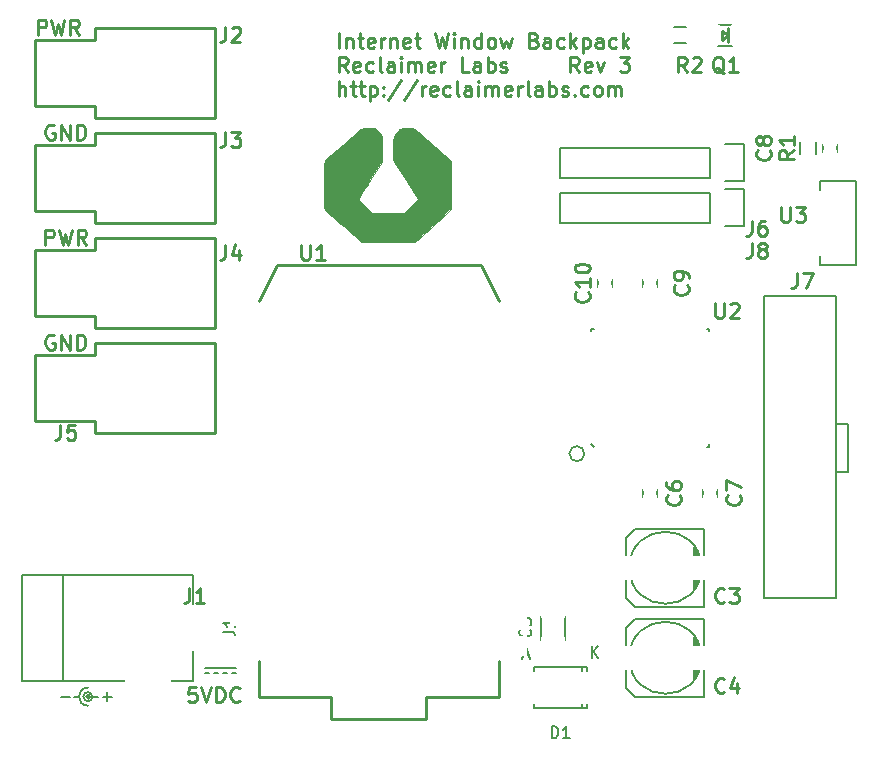
<source format=gto>
G04 #@! TF.FileFunction,Legend,Top*
%FSLAX46Y46*%
G04 Gerber Fmt 4.6, Leading zero omitted, Abs format (unit mm)*
G04 Created by KiCad (PCBNEW 4.0.2-stable) date 8/2/2016 00:37:47*
%MOMM*%
G01*
G04 APERTURE LIST*
%ADD10C,0.254000*%
%ADD11C,0.200000*%
%ADD12C,0.100000*%
%ADD13C,0.150000*%
%ADD14O,2.406400X1.606400*%
%ADD15R,3.581400X1.676400*%
%ADD16R,2.184400X2.184400*%
%ADD17R,1.549400X1.549400*%
%ADD18R,1.930400X2.184400*%
%ADD19R,4.005580X2.006600*%
%ADD20R,1.156400X1.206400*%
%ADD21C,2.946400*%
%ADD22C,4.216400*%
%ADD23R,1.106400X1.706400*%
%ADD24R,1.306400X0.906400*%
%ADD25R,0.906400X1.306400*%
%ADD26O,0.946400X2.306400*%
%ADD27O,2.306400X0.946400*%
%ADD28R,2.206400X1.206400*%
%ADD29R,2.133600X2.438400*%
%ADD30O,2.133600X2.438400*%
%ADD31O,2.311400X1.930400*%
%ADD32R,2.311400X1.930400*%
%ADD33C,7.406400*%
%ADD34C,1.006400*%
%ADD35R,2.006400X1.406400*%
%ADD36R,2.905760X2.207260*%
%ADD37R,3.906520X3.906520*%
G04 APERTURE END LIST*
D10*
D11*
X118491000Y-78486000D02*
X118491000Y-77724000D01*
X121539000Y-78486000D02*
X118491000Y-78486000D01*
X121539000Y-71374000D02*
X121539000Y-78486000D01*
X118491000Y-71374000D02*
X121539000Y-71374000D01*
X118491000Y-72136000D02*
X118491000Y-71374000D01*
X120904000Y-96012000D02*
X119888000Y-96012000D01*
X120904000Y-91948000D02*
X120904000Y-96012000D01*
X119888000Y-91948000D02*
X120904000Y-91948000D01*
X119888000Y-106680000D02*
X113792000Y-106680000D01*
X119888000Y-81153000D02*
X119888000Y-106680000D01*
X113792000Y-81153000D02*
X119888000Y-81153000D01*
X113792000Y-106680000D02*
X113792000Y-81153000D01*
D10*
X65108667Y-105857524D02*
X65108667Y-106764667D01*
X65048191Y-106946095D01*
X64927239Y-107067048D01*
X64745810Y-107127524D01*
X64624858Y-107127524D01*
X66378667Y-107127524D02*
X65652953Y-107127524D01*
X66015810Y-107127524D02*
X66015810Y-105857524D01*
X65894858Y-106038952D01*
X65773905Y-106159905D01*
X65652953Y-106220381D01*
X116543667Y-79187524D02*
X116543667Y-80094667D01*
X116483191Y-80276095D01*
X116362239Y-80397048D01*
X116180810Y-80457524D01*
X116059858Y-80457524D01*
X117027477Y-79187524D02*
X117874143Y-79187524D01*
X117329858Y-80457524D01*
D11*
X98552000Y-94488000D02*
G75*
G03X98552000Y-94488000I-635000J0D01*
G01*
D10*
X52281667Y-58994524D02*
X52281667Y-57724524D01*
X52765476Y-57724524D01*
X52886429Y-57785000D01*
X52946905Y-57845476D01*
X53007381Y-57966429D01*
X53007381Y-58147857D01*
X52946905Y-58268810D01*
X52886429Y-58329286D01*
X52765476Y-58389762D01*
X52281667Y-58389762D01*
X53430715Y-57724524D02*
X53733096Y-58994524D01*
X53975000Y-58087381D01*
X54216905Y-58994524D01*
X54519286Y-57724524D01*
X55728810Y-58994524D02*
X55305477Y-58389762D01*
X55003096Y-58994524D02*
X55003096Y-57724524D01*
X55486905Y-57724524D01*
X55607858Y-57785000D01*
X55668334Y-57845476D01*
X55728810Y-57966429D01*
X55728810Y-58147857D01*
X55668334Y-58268810D01*
X55607858Y-58329286D01*
X55486905Y-58389762D01*
X55003096Y-58389762D01*
X53642381Y-66675000D02*
X53521429Y-66614524D01*
X53340000Y-66614524D01*
X53158572Y-66675000D01*
X53037619Y-66795952D01*
X52977143Y-66916905D01*
X52916667Y-67158810D01*
X52916667Y-67340238D01*
X52977143Y-67582143D01*
X53037619Y-67703095D01*
X53158572Y-67824048D01*
X53340000Y-67884524D01*
X53460952Y-67884524D01*
X53642381Y-67824048D01*
X53702857Y-67763571D01*
X53702857Y-67340238D01*
X53460952Y-67340238D01*
X54247143Y-67884524D02*
X54247143Y-66614524D01*
X54972857Y-67884524D01*
X54972857Y-66614524D01*
X55577619Y-67884524D02*
X55577619Y-66614524D01*
X55880000Y-66614524D01*
X56061428Y-66675000D01*
X56182381Y-66795952D01*
X56242857Y-66916905D01*
X56303333Y-67158810D01*
X56303333Y-67340238D01*
X56242857Y-67582143D01*
X56182381Y-67703095D01*
X56061428Y-67824048D01*
X55880000Y-67884524D01*
X55577619Y-67884524D01*
X52916667Y-76774524D02*
X52916667Y-75504524D01*
X53400476Y-75504524D01*
X53521429Y-75565000D01*
X53581905Y-75625476D01*
X53642381Y-75746429D01*
X53642381Y-75927857D01*
X53581905Y-76048810D01*
X53521429Y-76109286D01*
X53400476Y-76169762D01*
X52916667Y-76169762D01*
X54065715Y-75504524D02*
X54368096Y-76774524D01*
X54610000Y-75867381D01*
X54851905Y-76774524D01*
X55154286Y-75504524D01*
X56363810Y-76774524D02*
X55940477Y-76169762D01*
X55638096Y-76774524D02*
X55638096Y-75504524D01*
X56121905Y-75504524D01*
X56242858Y-75565000D01*
X56303334Y-75625476D01*
X56363810Y-75746429D01*
X56363810Y-75927857D01*
X56303334Y-76048810D01*
X56242858Y-76109286D01*
X56121905Y-76169762D01*
X55638096Y-76169762D01*
X53642381Y-84455000D02*
X53521429Y-84394524D01*
X53340000Y-84394524D01*
X53158572Y-84455000D01*
X53037619Y-84575952D01*
X52977143Y-84696905D01*
X52916667Y-84938810D01*
X52916667Y-85120238D01*
X52977143Y-85362143D01*
X53037619Y-85483095D01*
X53158572Y-85604048D01*
X53340000Y-85664524D01*
X53460952Y-85664524D01*
X53642381Y-85604048D01*
X53702857Y-85543571D01*
X53702857Y-85120238D01*
X53460952Y-85120238D01*
X54247143Y-85664524D02*
X54247143Y-84394524D01*
X54972857Y-85664524D01*
X54972857Y-84394524D01*
X55577619Y-85664524D02*
X55577619Y-84394524D01*
X55880000Y-84394524D01*
X56061428Y-84455000D01*
X56182381Y-84575952D01*
X56242857Y-84696905D01*
X56303333Y-84938810D01*
X56303333Y-85120238D01*
X56242857Y-85362143D01*
X56182381Y-85483095D01*
X56061428Y-85604048D01*
X55880000Y-85664524D01*
X55577619Y-85664524D01*
D11*
X54229000Y-115062000D02*
X54991000Y-115062000D01*
X58166000Y-114681000D02*
X58166000Y-115443000D01*
X57785000Y-115062000D02*
X58547000Y-115062000D01*
X55753000Y-115062000D02*
X55372000Y-115062000D01*
X56515000Y-115062000D02*
X57404000Y-115062000D01*
X56515000Y-114300000D02*
G75*
G03X56515000Y-115824000I0J-762000D01*
G01*
X56642000Y-115062000D02*
G75*
G03X56642000Y-115062000I-127000J0D01*
G01*
X56694605Y-115062000D02*
G75*
G03X56694605Y-115062000I-179605J0D01*
G01*
X56896000Y-115062000D02*
G75*
G03X56896000Y-115062000I-381000J0D01*
G01*
D10*
X65677143Y-114239524D02*
X65072381Y-114239524D01*
X65011905Y-114844286D01*
X65072381Y-114783810D01*
X65193333Y-114723333D01*
X65495714Y-114723333D01*
X65616667Y-114783810D01*
X65677143Y-114844286D01*
X65737619Y-114965238D01*
X65737619Y-115267619D01*
X65677143Y-115388571D01*
X65616667Y-115449048D01*
X65495714Y-115509524D01*
X65193333Y-115509524D01*
X65072381Y-115449048D01*
X65011905Y-115388571D01*
X66100476Y-114239524D02*
X66523810Y-115509524D01*
X66947143Y-114239524D01*
X67370476Y-115509524D02*
X67370476Y-114239524D01*
X67672857Y-114239524D01*
X67854285Y-114300000D01*
X67975238Y-114420952D01*
X68035714Y-114541905D01*
X68096190Y-114783810D01*
X68096190Y-114965238D01*
X68035714Y-115207143D01*
X67975238Y-115328095D01*
X67854285Y-115449048D01*
X67672857Y-115509524D01*
X67370476Y-115509524D01*
X69366190Y-115388571D02*
X69305714Y-115449048D01*
X69124285Y-115509524D01*
X69003333Y-115509524D01*
X68821905Y-115449048D01*
X68700952Y-115328095D01*
X68640476Y-115207143D01*
X68580000Y-114965238D01*
X68580000Y-114783810D01*
X68640476Y-114541905D01*
X68700952Y-114420952D01*
X68821905Y-114300000D01*
X69003333Y-114239524D01*
X69124285Y-114239524D01*
X69305714Y-114300000D01*
X69366190Y-114360476D01*
D11*
X68707000Y-113030000D02*
X69088000Y-113030000D01*
X67945000Y-113030000D02*
X68326000Y-113030000D01*
X67183000Y-113030000D02*
X67564000Y-113030000D01*
X66421000Y-113030000D02*
X66802000Y-113030000D01*
X66421000Y-112649000D02*
X69088000Y-112649000D01*
D10*
X77772381Y-60137524D02*
X77772381Y-58867524D01*
X78377143Y-59290857D02*
X78377143Y-60137524D01*
X78377143Y-59411810D02*
X78437619Y-59351333D01*
X78558572Y-59290857D01*
X78740000Y-59290857D01*
X78860952Y-59351333D01*
X78921429Y-59472286D01*
X78921429Y-60137524D01*
X79344762Y-59290857D02*
X79828572Y-59290857D01*
X79526191Y-58867524D02*
X79526191Y-59956095D01*
X79586667Y-60077048D01*
X79707620Y-60137524D01*
X79828572Y-60137524D01*
X80735714Y-60077048D02*
X80614762Y-60137524D01*
X80372857Y-60137524D01*
X80251905Y-60077048D01*
X80191429Y-59956095D01*
X80191429Y-59472286D01*
X80251905Y-59351333D01*
X80372857Y-59290857D01*
X80614762Y-59290857D01*
X80735714Y-59351333D01*
X80796191Y-59472286D01*
X80796191Y-59593238D01*
X80191429Y-59714190D01*
X81340476Y-60137524D02*
X81340476Y-59290857D01*
X81340476Y-59532762D02*
X81400952Y-59411810D01*
X81461428Y-59351333D01*
X81582381Y-59290857D01*
X81703333Y-59290857D01*
X82126666Y-59290857D02*
X82126666Y-60137524D01*
X82126666Y-59411810D02*
X82187142Y-59351333D01*
X82308095Y-59290857D01*
X82489523Y-59290857D01*
X82610475Y-59351333D01*
X82670952Y-59472286D01*
X82670952Y-60137524D01*
X83759523Y-60077048D02*
X83638571Y-60137524D01*
X83396666Y-60137524D01*
X83275714Y-60077048D01*
X83215238Y-59956095D01*
X83215238Y-59472286D01*
X83275714Y-59351333D01*
X83396666Y-59290857D01*
X83638571Y-59290857D01*
X83759523Y-59351333D01*
X83820000Y-59472286D01*
X83820000Y-59593238D01*
X83215238Y-59714190D01*
X84182856Y-59290857D02*
X84666666Y-59290857D01*
X84364285Y-58867524D02*
X84364285Y-59956095D01*
X84424761Y-60077048D01*
X84545714Y-60137524D01*
X84666666Y-60137524D01*
X85936666Y-58867524D02*
X86239047Y-60137524D01*
X86480951Y-59230381D01*
X86722856Y-60137524D01*
X87025237Y-58867524D01*
X87509047Y-60137524D02*
X87509047Y-59290857D01*
X87509047Y-58867524D02*
X87448571Y-58928000D01*
X87509047Y-58988476D01*
X87569523Y-58928000D01*
X87509047Y-58867524D01*
X87509047Y-58988476D01*
X88113809Y-59290857D02*
X88113809Y-60137524D01*
X88113809Y-59411810D02*
X88174285Y-59351333D01*
X88295238Y-59290857D01*
X88476666Y-59290857D01*
X88597618Y-59351333D01*
X88658095Y-59472286D01*
X88658095Y-60137524D01*
X89807143Y-60137524D02*
X89807143Y-58867524D01*
X89807143Y-60077048D02*
X89686190Y-60137524D01*
X89444286Y-60137524D01*
X89323333Y-60077048D01*
X89262857Y-60016571D01*
X89202381Y-59895619D01*
X89202381Y-59532762D01*
X89262857Y-59411810D01*
X89323333Y-59351333D01*
X89444286Y-59290857D01*
X89686190Y-59290857D01*
X89807143Y-59351333D01*
X90593334Y-60137524D02*
X90472381Y-60077048D01*
X90411905Y-60016571D01*
X90351429Y-59895619D01*
X90351429Y-59532762D01*
X90411905Y-59411810D01*
X90472381Y-59351333D01*
X90593334Y-59290857D01*
X90774762Y-59290857D01*
X90895714Y-59351333D01*
X90956191Y-59411810D01*
X91016667Y-59532762D01*
X91016667Y-59895619D01*
X90956191Y-60016571D01*
X90895714Y-60077048D01*
X90774762Y-60137524D01*
X90593334Y-60137524D01*
X91440001Y-59290857D02*
X91681905Y-60137524D01*
X91923810Y-59532762D01*
X92165715Y-60137524D01*
X92407620Y-59290857D01*
X94282381Y-59472286D02*
X94463810Y-59532762D01*
X94524286Y-59593238D01*
X94584762Y-59714190D01*
X94584762Y-59895619D01*
X94524286Y-60016571D01*
X94463810Y-60077048D01*
X94342857Y-60137524D01*
X93859048Y-60137524D01*
X93859048Y-58867524D01*
X94282381Y-58867524D01*
X94403334Y-58928000D01*
X94463810Y-58988476D01*
X94524286Y-59109429D01*
X94524286Y-59230381D01*
X94463810Y-59351333D01*
X94403334Y-59411810D01*
X94282381Y-59472286D01*
X93859048Y-59472286D01*
X95673334Y-60137524D02*
X95673334Y-59472286D01*
X95612857Y-59351333D01*
X95491905Y-59290857D01*
X95250000Y-59290857D01*
X95129048Y-59351333D01*
X95673334Y-60077048D02*
X95552381Y-60137524D01*
X95250000Y-60137524D01*
X95129048Y-60077048D01*
X95068572Y-59956095D01*
X95068572Y-59835143D01*
X95129048Y-59714190D01*
X95250000Y-59653714D01*
X95552381Y-59653714D01*
X95673334Y-59593238D01*
X96822382Y-60077048D02*
X96701429Y-60137524D01*
X96459525Y-60137524D01*
X96338572Y-60077048D01*
X96278096Y-60016571D01*
X96217620Y-59895619D01*
X96217620Y-59532762D01*
X96278096Y-59411810D01*
X96338572Y-59351333D01*
X96459525Y-59290857D01*
X96701429Y-59290857D01*
X96822382Y-59351333D01*
X97366667Y-60137524D02*
X97366667Y-58867524D01*
X97487619Y-59653714D02*
X97850476Y-60137524D01*
X97850476Y-59290857D02*
X97366667Y-59774667D01*
X98394762Y-59290857D02*
X98394762Y-60560857D01*
X98394762Y-59351333D02*
X98515714Y-59290857D01*
X98757619Y-59290857D01*
X98878571Y-59351333D01*
X98939048Y-59411810D01*
X98999524Y-59532762D01*
X98999524Y-59895619D01*
X98939048Y-60016571D01*
X98878571Y-60077048D01*
X98757619Y-60137524D01*
X98515714Y-60137524D01*
X98394762Y-60077048D01*
X100088096Y-60137524D02*
X100088096Y-59472286D01*
X100027619Y-59351333D01*
X99906667Y-59290857D01*
X99664762Y-59290857D01*
X99543810Y-59351333D01*
X100088096Y-60077048D02*
X99967143Y-60137524D01*
X99664762Y-60137524D01*
X99543810Y-60077048D01*
X99483334Y-59956095D01*
X99483334Y-59835143D01*
X99543810Y-59714190D01*
X99664762Y-59653714D01*
X99967143Y-59653714D01*
X100088096Y-59593238D01*
X101237144Y-60077048D02*
X101116191Y-60137524D01*
X100874287Y-60137524D01*
X100753334Y-60077048D01*
X100692858Y-60016571D01*
X100632382Y-59895619D01*
X100632382Y-59532762D01*
X100692858Y-59411810D01*
X100753334Y-59351333D01*
X100874287Y-59290857D01*
X101116191Y-59290857D01*
X101237144Y-59351333D01*
X101781429Y-60137524D02*
X101781429Y-58867524D01*
X101902381Y-59653714D02*
X102265238Y-60137524D01*
X102265238Y-59290857D02*
X101781429Y-59774667D01*
X78498095Y-62169524D02*
X78074762Y-61564762D01*
X77772381Y-62169524D02*
X77772381Y-60899524D01*
X78256190Y-60899524D01*
X78377143Y-60960000D01*
X78437619Y-61020476D01*
X78498095Y-61141429D01*
X78498095Y-61322857D01*
X78437619Y-61443810D01*
X78377143Y-61504286D01*
X78256190Y-61564762D01*
X77772381Y-61564762D01*
X79526190Y-62109048D02*
X79405238Y-62169524D01*
X79163333Y-62169524D01*
X79042381Y-62109048D01*
X78981905Y-61988095D01*
X78981905Y-61504286D01*
X79042381Y-61383333D01*
X79163333Y-61322857D01*
X79405238Y-61322857D01*
X79526190Y-61383333D01*
X79586667Y-61504286D01*
X79586667Y-61625238D01*
X78981905Y-61746190D01*
X80675238Y-62109048D02*
X80554285Y-62169524D01*
X80312381Y-62169524D01*
X80191428Y-62109048D01*
X80130952Y-62048571D01*
X80070476Y-61927619D01*
X80070476Y-61564762D01*
X80130952Y-61443810D01*
X80191428Y-61383333D01*
X80312381Y-61322857D01*
X80554285Y-61322857D01*
X80675238Y-61383333D01*
X81400952Y-62169524D02*
X81279999Y-62109048D01*
X81219523Y-61988095D01*
X81219523Y-60899524D01*
X82429047Y-62169524D02*
X82429047Y-61504286D01*
X82368570Y-61383333D01*
X82247618Y-61322857D01*
X82005713Y-61322857D01*
X81884761Y-61383333D01*
X82429047Y-62109048D02*
X82308094Y-62169524D01*
X82005713Y-62169524D01*
X81884761Y-62109048D01*
X81824285Y-61988095D01*
X81824285Y-61867143D01*
X81884761Y-61746190D01*
X82005713Y-61685714D01*
X82308094Y-61685714D01*
X82429047Y-61625238D01*
X83033809Y-62169524D02*
X83033809Y-61322857D01*
X83033809Y-60899524D02*
X82973333Y-60960000D01*
X83033809Y-61020476D01*
X83094285Y-60960000D01*
X83033809Y-60899524D01*
X83033809Y-61020476D01*
X83638571Y-62169524D02*
X83638571Y-61322857D01*
X83638571Y-61443810D02*
X83699047Y-61383333D01*
X83820000Y-61322857D01*
X84001428Y-61322857D01*
X84122380Y-61383333D01*
X84182857Y-61504286D01*
X84182857Y-62169524D01*
X84182857Y-61504286D02*
X84243333Y-61383333D01*
X84364285Y-61322857D01*
X84545714Y-61322857D01*
X84666666Y-61383333D01*
X84727142Y-61504286D01*
X84727142Y-62169524D01*
X85815713Y-62109048D02*
X85694761Y-62169524D01*
X85452856Y-62169524D01*
X85331904Y-62109048D01*
X85271428Y-61988095D01*
X85271428Y-61504286D01*
X85331904Y-61383333D01*
X85452856Y-61322857D01*
X85694761Y-61322857D01*
X85815713Y-61383333D01*
X85876190Y-61504286D01*
X85876190Y-61625238D01*
X85271428Y-61746190D01*
X86420475Y-62169524D02*
X86420475Y-61322857D01*
X86420475Y-61564762D02*
X86480951Y-61443810D01*
X86541427Y-61383333D01*
X86662380Y-61322857D01*
X86783332Y-61322857D01*
X88779046Y-62169524D02*
X88174284Y-62169524D01*
X88174284Y-60899524D01*
X89746665Y-62169524D02*
X89746665Y-61504286D01*
X89686188Y-61383333D01*
X89565236Y-61322857D01*
X89323331Y-61322857D01*
X89202379Y-61383333D01*
X89746665Y-62109048D02*
X89625712Y-62169524D01*
X89323331Y-62169524D01*
X89202379Y-62109048D01*
X89141903Y-61988095D01*
X89141903Y-61867143D01*
X89202379Y-61746190D01*
X89323331Y-61685714D01*
X89625712Y-61685714D01*
X89746665Y-61625238D01*
X90351427Y-62169524D02*
X90351427Y-60899524D01*
X90351427Y-61383333D02*
X90472379Y-61322857D01*
X90714284Y-61322857D01*
X90835236Y-61383333D01*
X90895713Y-61443810D01*
X90956189Y-61564762D01*
X90956189Y-61927619D01*
X90895713Y-62048571D01*
X90835236Y-62109048D01*
X90714284Y-62169524D01*
X90472379Y-62169524D01*
X90351427Y-62109048D01*
X91439999Y-62109048D02*
X91560951Y-62169524D01*
X91802856Y-62169524D01*
X91923808Y-62109048D01*
X91984284Y-61988095D01*
X91984284Y-61927619D01*
X91923808Y-61806667D01*
X91802856Y-61746190D01*
X91621427Y-61746190D01*
X91500475Y-61685714D01*
X91439999Y-61564762D01*
X91439999Y-61504286D01*
X91500475Y-61383333D01*
X91621427Y-61322857D01*
X91802856Y-61322857D01*
X91923808Y-61383333D01*
X98092379Y-62169524D02*
X97669046Y-61564762D01*
X97366665Y-62169524D02*
X97366665Y-60899524D01*
X97850474Y-60899524D01*
X97971427Y-60960000D01*
X98031903Y-61020476D01*
X98092379Y-61141429D01*
X98092379Y-61322857D01*
X98031903Y-61443810D01*
X97971427Y-61504286D01*
X97850474Y-61564762D01*
X97366665Y-61564762D01*
X99120474Y-62109048D02*
X98999522Y-62169524D01*
X98757617Y-62169524D01*
X98636665Y-62109048D01*
X98576189Y-61988095D01*
X98576189Y-61504286D01*
X98636665Y-61383333D01*
X98757617Y-61322857D01*
X98999522Y-61322857D01*
X99120474Y-61383333D01*
X99180951Y-61504286D01*
X99180951Y-61625238D01*
X98576189Y-61746190D01*
X99604284Y-61322857D02*
X99906665Y-62169524D01*
X100209045Y-61322857D01*
X101539522Y-60899524D02*
X102325712Y-60899524D01*
X101902379Y-61383333D01*
X102083807Y-61383333D01*
X102204760Y-61443810D01*
X102265236Y-61504286D01*
X102325712Y-61625238D01*
X102325712Y-61927619D01*
X102265236Y-62048571D01*
X102204760Y-62109048D01*
X102083807Y-62169524D01*
X101720950Y-62169524D01*
X101599998Y-62109048D01*
X101539522Y-62048571D01*
X77772381Y-64201524D02*
X77772381Y-62931524D01*
X78316667Y-64201524D02*
X78316667Y-63536286D01*
X78256190Y-63415333D01*
X78135238Y-63354857D01*
X77953810Y-63354857D01*
X77832857Y-63415333D01*
X77772381Y-63475810D01*
X78740000Y-63354857D02*
X79223810Y-63354857D01*
X78921429Y-62931524D02*
X78921429Y-64020095D01*
X78981905Y-64141048D01*
X79102858Y-64201524D01*
X79223810Y-64201524D01*
X79465714Y-63354857D02*
X79949524Y-63354857D01*
X79647143Y-62931524D02*
X79647143Y-64020095D01*
X79707619Y-64141048D01*
X79828572Y-64201524D01*
X79949524Y-64201524D01*
X80372857Y-63354857D02*
X80372857Y-64624857D01*
X80372857Y-63415333D02*
X80493809Y-63354857D01*
X80735714Y-63354857D01*
X80856666Y-63415333D01*
X80917143Y-63475810D01*
X80977619Y-63596762D01*
X80977619Y-63959619D01*
X80917143Y-64080571D01*
X80856666Y-64141048D01*
X80735714Y-64201524D01*
X80493809Y-64201524D01*
X80372857Y-64141048D01*
X81521905Y-64080571D02*
X81582381Y-64141048D01*
X81521905Y-64201524D01*
X81461429Y-64141048D01*
X81521905Y-64080571D01*
X81521905Y-64201524D01*
X81521905Y-63415333D02*
X81582381Y-63475810D01*
X81521905Y-63536286D01*
X81461429Y-63475810D01*
X81521905Y-63415333D01*
X81521905Y-63536286D01*
X83033810Y-62871048D02*
X81945238Y-64503905D01*
X84364286Y-62871048D02*
X83275714Y-64503905D01*
X84787619Y-64201524D02*
X84787619Y-63354857D01*
X84787619Y-63596762D02*
X84848095Y-63475810D01*
X84908571Y-63415333D01*
X85029524Y-63354857D01*
X85150476Y-63354857D01*
X86057618Y-64141048D02*
X85936666Y-64201524D01*
X85694761Y-64201524D01*
X85573809Y-64141048D01*
X85513333Y-64020095D01*
X85513333Y-63536286D01*
X85573809Y-63415333D01*
X85694761Y-63354857D01*
X85936666Y-63354857D01*
X86057618Y-63415333D01*
X86118095Y-63536286D01*
X86118095Y-63657238D01*
X85513333Y-63778190D01*
X87206666Y-64141048D02*
X87085713Y-64201524D01*
X86843809Y-64201524D01*
X86722856Y-64141048D01*
X86662380Y-64080571D01*
X86601904Y-63959619D01*
X86601904Y-63596762D01*
X86662380Y-63475810D01*
X86722856Y-63415333D01*
X86843809Y-63354857D01*
X87085713Y-63354857D01*
X87206666Y-63415333D01*
X87932380Y-64201524D02*
X87811427Y-64141048D01*
X87750951Y-64020095D01*
X87750951Y-62931524D01*
X88960475Y-64201524D02*
X88960475Y-63536286D01*
X88899998Y-63415333D01*
X88779046Y-63354857D01*
X88537141Y-63354857D01*
X88416189Y-63415333D01*
X88960475Y-64141048D02*
X88839522Y-64201524D01*
X88537141Y-64201524D01*
X88416189Y-64141048D01*
X88355713Y-64020095D01*
X88355713Y-63899143D01*
X88416189Y-63778190D01*
X88537141Y-63717714D01*
X88839522Y-63717714D01*
X88960475Y-63657238D01*
X89565237Y-64201524D02*
X89565237Y-63354857D01*
X89565237Y-62931524D02*
X89504761Y-62992000D01*
X89565237Y-63052476D01*
X89625713Y-62992000D01*
X89565237Y-62931524D01*
X89565237Y-63052476D01*
X90169999Y-64201524D02*
X90169999Y-63354857D01*
X90169999Y-63475810D02*
X90230475Y-63415333D01*
X90351428Y-63354857D01*
X90532856Y-63354857D01*
X90653808Y-63415333D01*
X90714285Y-63536286D01*
X90714285Y-64201524D01*
X90714285Y-63536286D02*
X90774761Y-63415333D01*
X90895713Y-63354857D01*
X91077142Y-63354857D01*
X91198094Y-63415333D01*
X91258570Y-63536286D01*
X91258570Y-64201524D01*
X92347141Y-64141048D02*
X92226189Y-64201524D01*
X91984284Y-64201524D01*
X91863332Y-64141048D01*
X91802856Y-64020095D01*
X91802856Y-63536286D01*
X91863332Y-63415333D01*
X91984284Y-63354857D01*
X92226189Y-63354857D01*
X92347141Y-63415333D01*
X92407618Y-63536286D01*
X92407618Y-63657238D01*
X91802856Y-63778190D01*
X92951903Y-64201524D02*
X92951903Y-63354857D01*
X92951903Y-63596762D02*
X93012379Y-63475810D01*
X93072855Y-63415333D01*
X93193808Y-63354857D01*
X93314760Y-63354857D01*
X93919522Y-64201524D02*
X93798569Y-64141048D01*
X93738093Y-64020095D01*
X93738093Y-62931524D01*
X94947617Y-64201524D02*
X94947617Y-63536286D01*
X94887140Y-63415333D01*
X94766188Y-63354857D01*
X94524283Y-63354857D01*
X94403331Y-63415333D01*
X94947617Y-64141048D02*
X94826664Y-64201524D01*
X94524283Y-64201524D01*
X94403331Y-64141048D01*
X94342855Y-64020095D01*
X94342855Y-63899143D01*
X94403331Y-63778190D01*
X94524283Y-63717714D01*
X94826664Y-63717714D01*
X94947617Y-63657238D01*
X95552379Y-64201524D02*
X95552379Y-62931524D01*
X95552379Y-63415333D02*
X95673331Y-63354857D01*
X95915236Y-63354857D01*
X96036188Y-63415333D01*
X96096665Y-63475810D01*
X96157141Y-63596762D01*
X96157141Y-63959619D01*
X96096665Y-64080571D01*
X96036188Y-64141048D01*
X95915236Y-64201524D01*
X95673331Y-64201524D01*
X95552379Y-64141048D01*
X96640951Y-64141048D02*
X96761903Y-64201524D01*
X97003808Y-64201524D01*
X97124760Y-64141048D01*
X97185236Y-64020095D01*
X97185236Y-63959619D01*
X97124760Y-63838667D01*
X97003808Y-63778190D01*
X96822379Y-63778190D01*
X96701427Y-63717714D01*
X96640951Y-63596762D01*
X96640951Y-63536286D01*
X96701427Y-63415333D01*
X96822379Y-63354857D01*
X97003808Y-63354857D01*
X97124760Y-63415333D01*
X97729522Y-64080571D02*
X97789998Y-64141048D01*
X97729522Y-64201524D01*
X97669046Y-64141048D01*
X97729522Y-64080571D01*
X97729522Y-64201524D01*
X98878570Y-64141048D02*
X98757617Y-64201524D01*
X98515713Y-64201524D01*
X98394760Y-64141048D01*
X98334284Y-64080571D01*
X98273808Y-63959619D01*
X98273808Y-63596762D01*
X98334284Y-63475810D01*
X98394760Y-63415333D01*
X98515713Y-63354857D01*
X98757617Y-63354857D01*
X98878570Y-63415333D01*
X99604284Y-64201524D02*
X99483331Y-64141048D01*
X99422855Y-64080571D01*
X99362379Y-63959619D01*
X99362379Y-63596762D01*
X99422855Y-63475810D01*
X99483331Y-63415333D01*
X99604284Y-63354857D01*
X99785712Y-63354857D01*
X99906664Y-63415333D01*
X99967141Y-63475810D01*
X100027617Y-63596762D01*
X100027617Y-63959619D01*
X99967141Y-64080571D01*
X99906664Y-64141048D01*
X99785712Y-64201524D01*
X99604284Y-64201524D01*
X100571903Y-64201524D02*
X100571903Y-63354857D01*
X100571903Y-63475810D02*
X100632379Y-63415333D01*
X100753332Y-63354857D01*
X100934760Y-63354857D01*
X101055712Y-63415333D01*
X101116189Y-63536286D01*
X101116189Y-64201524D01*
X101116189Y-63536286D02*
X101176665Y-63415333D01*
X101297617Y-63354857D01*
X101479046Y-63354857D01*
X101599998Y-63415333D01*
X101660474Y-63536286D01*
X101660474Y-64201524D01*
X91311456Y-115062000D02*
X91311456Y-112014000D01*
X70991456Y-115062000D02*
X70991456Y-112014000D01*
X85164656Y-116967000D02*
X77138256Y-116967000D01*
X77138256Y-116967000D02*
X77138256Y-115062000D01*
X77138256Y-115062000D02*
X70991456Y-115062000D01*
X70991456Y-81534000D02*
X72515456Y-78486000D01*
X72515456Y-78486000D02*
X89787456Y-78486000D01*
X89787456Y-78486000D02*
X91311456Y-81534000D01*
X91311456Y-115062000D02*
X85164656Y-115062000D01*
X85164656Y-115062000D02*
X85164656Y-116967000D01*
D12*
G36*
X87286131Y-73646771D02*
X87243516Y-73742331D01*
X87200901Y-73837892D01*
X85721631Y-75179019D01*
X84242361Y-76520146D01*
X84151566Y-76555843D01*
X84060771Y-76591540D01*
X81941458Y-76591207D01*
X79822146Y-76590874D01*
X79736121Y-76557452D01*
X79707394Y-76546077D01*
X79681700Y-76535503D01*
X79660850Y-76526506D01*
X79646656Y-76519864D01*
X79641345Y-76516796D01*
X79636798Y-76512792D01*
X79624618Y-76501997D01*
X79605078Y-76484655D01*
X79578452Y-76461010D01*
X79545013Y-76431304D01*
X79505037Y-76395781D01*
X79458795Y-76354685D01*
X79406563Y-76308260D01*
X79348614Y-76256747D01*
X79285221Y-76200392D01*
X79216660Y-76139437D01*
X79143202Y-76074126D01*
X79065124Y-76004703D01*
X78982697Y-75931410D01*
X78896196Y-75854491D01*
X78805895Y-75774190D01*
X78712067Y-75690751D01*
X78614987Y-75604416D01*
X78514928Y-75515428D01*
X78412164Y-75424033D01*
X78306969Y-75330472D01*
X78199617Y-75234990D01*
X78131932Y-75174788D01*
X76631271Y-73840013D01*
X76587614Y-73743434D01*
X76543958Y-73646854D01*
X76544217Y-71744458D01*
X76544475Y-69842062D01*
X76587873Y-69746282D01*
X76631271Y-69650501D01*
X78140166Y-68318152D01*
X79649061Y-66985804D01*
X79737898Y-66952110D01*
X79826734Y-66918416D01*
X80311273Y-66918597D01*
X80795812Y-66918778D01*
X80909442Y-66983754D01*
X81023071Y-67048730D01*
X81217252Y-67373834D01*
X81411434Y-67698937D01*
X81430383Y-67766161D01*
X81449333Y-67833384D01*
X81449259Y-68723952D01*
X81449184Y-69614521D01*
X81428735Y-69683312D01*
X81408286Y-69752104D01*
X80419058Y-71323729D01*
X80344573Y-71442067D01*
X80271469Y-71558209D01*
X80199951Y-71671829D01*
X80130226Y-71782602D01*
X80062498Y-71890200D01*
X79996972Y-71994299D01*
X79933855Y-72094571D01*
X79873350Y-72190691D01*
X79815664Y-72282333D01*
X79761002Y-72369169D01*
X79709569Y-72450875D01*
X79661571Y-72527125D01*
X79617212Y-72597591D01*
X79576698Y-72661948D01*
X79540235Y-72719870D01*
X79508027Y-72771030D01*
X79480279Y-72815103D01*
X79457198Y-72851762D01*
X79438989Y-72880681D01*
X79425856Y-72901535D01*
X79418005Y-72913996D01*
X79415726Y-72917610D01*
X79401621Y-72939865D01*
X80005366Y-73511599D01*
X80609110Y-74083333D01*
X81944123Y-74083333D01*
X83279136Y-74083333D01*
X83857808Y-73535078D01*
X83924283Y-73472091D01*
X83988903Y-73410855D01*
X84051225Y-73351786D01*
X84110808Y-73295305D01*
X84167211Y-73241829D01*
X84219990Y-73191779D01*
X84268706Y-73145573D01*
X84312916Y-73103630D01*
X84352179Y-73066369D01*
X84386053Y-73034208D01*
X84414096Y-73007568D01*
X84435867Y-72986866D01*
X84450925Y-72972521D01*
X84458827Y-72964953D01*
X84459501Y-72964299D01*
X84482522Y-72941776D01*
X83452599Y-71347380D01*
X82422676Y-69752985D01*
X82401671Y-69682771D01*
X82380667Y-69612556D01*
X82380667Y-68723604D01*
X82380667Y-67834652D01*
X82403560Y-67760986D01*
X82426454Y-67687319D01*
X82642820Y-67370635D01*
X82678476Y-67318498D01*
X82712594Y-67268709D01*
X82744673Y-67221993D01*
X82774213Y-67179071D01*
X82800715Y-67140668D01*
X82823680Y-67107506D01*
X82842607Y-67080309D01*
X82856996Y-67059799D01*
X82866349Y-67046701D01*
X82869957Y-67041943D01*
X82877677Y-67036036D01*
X82893298Y-67026182D01*
X82915304Y-67013260D01*
X82942180Y-66998151D01*
X82972407Y-66981735D01*
X82986562Y-66974228D01*
X83092396Y-66918523D01*
X83576583Y-66918512D01*
X84060771Y-66918501D01*
X84151785Y-66954178D01*
X84242799Y-66989854D01*
X85720764Y-68320059D01*
X87198729Y-69650265D01*
X87242211Y-69746163D01*
X87285693Y-69842062D01*
X87285912Y-71744417D01*
X87286131Y-73646771D01*
X87286131Y-73646771D01*
X87286131Y-73646771D01*
G37*
X87286131Y-73646771D02*
X87243516Y-73742331D01*
X87200901Y-73837892D01*
X85721631Y-75179019D01*
X84242361Y-76520146D01*
X84151566Y-76555843D01*
X84060771Y-76591540D01*
X81941458Y-76591207D01*
X79822146Y-76590874D01*
X79736121Y-76557452D01*
X79707394Y-76546077D01*
X79681700Y-76535503D01*
X79660850Y-76526506D01*
X79646656Y-76519864D01*
X79641345Y-76516796D01*
X79636798Y-76512792D01*
X79624618Y-76501997D01*
X79605078Y-76484655D01*
X79578452Y-76461010D01*
X79545013Y-76431304D01*
X79505037Y-76395781D01*
X79458795Y-76354685D01*
X79406563Y-76308260D01*
X79348614Y-76256747D01*
X79285221Y-76200392D01*
X79216660Y-76139437D01*
X79143202Y-76074126D01*
X79065124Y-76004703D01*
X78982697Y-75931410D01*
X78896196Y-75854491D01*
X78805895Y-75774190D01*
X78712067Y-75690751D01*
X78614987Y-75604416D01*
X78514928Y-75515428D01*
X78412164Y-75424033D01*
X78306969Y-75330472D01*
X78199617Y-75234990D01*
X78131932Y-75174788D01*
X76631271Y-73840013D01*
X76587614Y-73743434D01*
X76543958Y-73646854D01*
X76544217Y-71744458D01*
X76544475Y-69842062D01*
X76587873Y-69746282D01*
X76631271Y-69650501D01*
X78140166Y-68318152D01*
X79649061Y-66985804D01*
X79737898Y-66952110D01*
X79826734Y-66918416D01*
X80311273Y-66918597D01*
X80795812Y-66918778D01*
X80909442Y-66983754D01*
X81023071Y-67048730D01*
X81217252Y-67373834D01*
X81411434Y-67698937D01*
X81430383Y-67766161D01*
X81449333Y-67833384D01*
X81449259Y-68723952D01*
X81449184Y-69614521D01*
X81428735Y-69683312D01*
X81408286Y-69752104D01*
X80419058Y-71323729D01*
X80344573Y-71442067D01*
X80271469Y-71558209D01*
X80199951Y-71671829D01*
X80130226Y-71782602D01*
X80062498Y-71890200D01*
X79996972Y-71994299D01*
X79933855Y-72094571D01*
X79873350Y-72190691D01*
X79815664Y-72282333D01*
X79761002Y-72369169D01*
X79709569Y-72450875D01*
X79661571Y-72527125D01*
X79617212Y-72597591D01*
X79576698Y-72661948D01*
X79540235Y-72719870D01*
X79508027Y-72771030D01*
X79480279Y-72815103D01*
X79457198Y-72851762D01*
X79438989Y-72880681D01*
X79425856Y-72901535D01*
X79418005Y-72913996D01*
X79415726Y-72917610D01*
X79401621Y-72939865D01*
X80005366Y-73511599D01*
X80609110Y-74083333D01*
X81944123Y-74083333D01*
X83279136Y-74083333D01*
X83857808Y-73535078D01*
X83924283Y-73472091D01*
X83988903Y-73410855D01*
X84051225Y-73351786D01*
X84110808Y-73295305D01*
X84167211Y-73241829D01*
X84219990Y-73191779D01*
X84268706Y-73145573D01*
X84312916Y-73103630D01*
X84352179Y-73066369D01*
X84386053Y-73034208D01*
X84414096Y-73007568D01*
X84435867Y-72986866D01*
X84450925Y-72972521D01*
X84458827Y-72964953D01*
X84459501Y-72964299D01*
X84482522Y-72941776D01*
X83452599Y-71347380D01*
X82422676Y-69752985D01*
X82401671Y-69682771D01*
X82380667Y-69612556D01*
X82380667Y-68723604D01*
X82380667Y-67834652D01*
X82403560Y-67760986D01*
X82426454Y-67687319D01*
X82642820Y-67370635D01*
X82678476Y-67318498D01*
X82712594Y-67268709D01*
X82744673Y-67221993D01*
X82774213Y-67179071D01*
X82800715Y-67140668D01*
X82823680Y-67107506D01*
X82842607Y-67080309D01*
X82856996Y-67059799D01*
X82866349Y-67046701D01*
X82869957Y-67041943D01*
X82877677Y-67036036D01*
X82893298Y-67026182D01*
X82915304Y-67013260D01*
X82942180Y-66998151D01*
X82972407Y-66981735D01*
X82986562Y-66974228D01*
X83092396Y-66918523D01*
X83576583Y-66918512D01*
X84060771Y-66918501D01*
X84151785Y-66954178D01*
X84242799Y-66989854D01*
X85720764Y-68320059D01*
X87198729Y-69650265D01*
X87242211Y-69746163D01*
X87285693Y-69842062D01*
X87285912Y-71744417D01*
X87286131Y-73646771D01*
X87286131Y-73646771D01*
D13*
X108331000Y-112522000D02*
X108331000Y-110998000D01*
X108204000Y-110617000D02*
X108204000Y-112903000D01*
X108077000Y-113157000D02*
X108077000Y-110363000D01*
X107950000Y-110109000D02*
X107950000Y-113411000D01*
X107823000Y-113538000D02*
X107823000Y-109982000D01*
X108712000Y-115062000D02*
X108712000Y-108458000D01*
X108712000Y-108458000D02*
X102870000Y-108458000D01*
X102870000Y-108458000D02*
X102108000Y-109220000D01*
X102108000Y-109220000D02*
X102108000Y-114300000D01*
X102108000Y-114300000D02*
X102870000Y-115062000D01*
X102870000Y-115062000D02*
X108712000Y-115062000D01*
X103251000Y-111760000D02*
X104013000Y-111760000D01*
X103632000Y-112141000D02*
X103632000Y-111379000D01*
X108458000Y-111760000D02*
G75*
G03X108458000Y-111760000I-3048000J0D01*
G01*
X108331000Y-104902000D02*
X108331000Y-103378000D01*
X108204000Y-102997000D02*
X108204000Y-105283000D01*
X108077000Y-105537000D02*
X108077000Y-102743000D01*
X107950000Y-102489000D02*
X107950000Y-105791000D01*
X107823000Y-105918000D02*
X107823000Y-102362000D01*
X108712000Y-107442000D02*
X108712000Y-100838000D01*
X108712000Y-100838000D02*
X102870000Y-100838000D01*
X102870000Y-100838000D02*
X102108000Y-101600000D01*
X102108000Y-101600000D02*
X102108000Y-106680000D01*
X102108000Y-106680000D02*
X102870000Y-107442000D01*
X102870000Y-107442000D02*
X108712000Y-107442000D01*
X103251000Y-104140000D02*
X104013000Y-104140000D01*
X103632000Y-104521000D02*
X103632000Y-103759000D01*
X108458000Y-104140000D02*
G75*
G03X108458000Y-104140000I-3048000J0D01*
G01*
X104740000Y-97440000D02*
X104740000Y-98140000D01*
X103540000Y-98140000D02*
X103540000Y-97440000D01*
X109820000Y-97440000D02*
X109820000Y-98140000D01*
X108620000Y-98140000D02*
X108620000Y-97440000D01*
X118780000Y-68930000D02*
X118780000Y-68230000D01*
X119980000Y-68230000D02*
X119980000Y-68930000D01*
X103540000Y-80360000D02*
X103540000Y-79660000D01*
X104740000Y-79660000D02*
X104740000Y-80360000D01*
X99730000Y-80360000D02*
X99730000Y-79660000D01*
X100930000Y-79660000D02*
X100930000Y-80360000D01*
D10*
X57150000Y-65024000D02*
X52070000Y-65024000D01*
X57150000Y-66040000D02*
X57150000Y-65024000D01*
X67310000Y-66040000D02*
X57150000Y-66040000D01*
X67310000Y-58420000D02*
X67310000Y-66040000D01*
X57150000Y-58420000D02*
X67310000Y-58420000D01*
X57150000Y-59436000D02*
X57150000Y-58420000D01*
X52070000Y-59436000D02*
X57150000Y-59436000D01*
X52070000Y-65024000D02*
X52070000Y-59436000D01*
X57150000Y-73914000D02*
X52070000Y-73914000D01*
X57150000Y-74930000D02*
X57150000Y-73914000D01*
X67310000Y-74930000D02*
X57150000Y-74930000D01*
X67310000Y-67310000D02*
X67310000Y-74930000D01*
X57150000Y-67310000D02*
X67310000Y-67310000D01*
X57150000Y-68326000D02*
X57150000Y-67310000D01*
X52070000Y-68326000D02*
X57150000Y-68326000D01*
X52070000Y-73914000D02*
X52070000Y-68326000D01*
X57150000Y-82804000D02*
X52070000Y-82804000D01*
X57150000Y-83820000D02*
X57150000Y-82804000D01*
X67310000Y-83820000D02*
X57150000Y-83820000D01*
X67310000Y-76200000D02*
X67310000Y-83820000D01*
X57150000Y-76200000D02*
X67310000Y-76200000D01*
X57150000Y-77216000D02*
X57150000Y-76200000D01*
X52070000Y-77216000D02*
X57150000Y-77216000D01*
X52070000Y-82804000D02*
X52070000Y-77216000D01*
X57150000Y-91694000D02*
X52070000Y-91694000D01*
X57150000Y-92710000D02*
X57150000Y-91694000D01*
X67310000Y-92710000D02*
X57150000Y-92710000D01*
X67310000Y-85090000D02*
X67310000Y-92710000D01*
X57150000Y-85090000D02*
X67310000Y-85090000D01*
X57150000Y-86106000D02*
X57150000Y-85090000D01*
X52070000Y-86106000D02*
X57150000Y-86106000D01*
X52070000Y-91694000D02*
X52070000Y-86106000D01*
X110690000Y-58455000D02*
X110690000Y-59655000D01*
X110190000Y-59455000D02*
X110190000Y-58655000D01*
X110690000Y-59055000D02*
X110190000Y-59455000D01*
X110190000Y-58655000D02*
X110690000Y-59055000D01*
D13*
X111090000Y-59930000D02*
X109890000Y-59930000D01*
X109890000Y-58180000D02*
X111090000Y-58180000D01*
X116800000Y-69080000D02*
X116800000Y-68080000D01*
X118150000Y-68080000D02*
X118150000Y-69080000D01*
X106180000Y-58380000D02*
X107180000Y-58380000D01*
X107180000Y-59730000D02*
X106180000Y-59730000D01*
X99340000Y-93900000D02*
X99140000Y-93700000D01*
X99140000Y-84100000D02*
X99140000Y-83900000D01*
X99140000Y-83900000D02*
X99340000Y-83900000D01*
X109140000Y-93700000D02*
X109140000Y-93900000D01*
X109140000Y-93900000D02*
X108940000Y-93900000D01*
X109140000Y-84100000D02*
X109140000Y-83900000D01*
X109140000Y-83900000D02*
X108940000Y-83900000D01*
X109220000Y-68580000D02*
X96520000Y-68580000D01*
X96520000Y-68580000D02*
X96520000Y-71120000D01*
X96520000Y-71120000D02*
X109220000Y-71120000D01*
X112040000Y-68300000D02*
X110490000Y-68300000D01*
X109220000Y-68580000D02*
X109220000Y-71120000D01*
X110490000Y-71400000D02*
X112040000Y-71400000D01*
X112040000Y-71400000D02*
X112040000Y-68300000D01*
X109220000Y-72390000D02*
X96520000Y-72390000D01*
X96520000Y-72390000D02*
X96520000Y-74930000D01*
X96520000Y-74930000D02*
X109220000Y-74930000D01*
X112040000Y-72110000D02*
X110490000Y-72110000D01*
X109220000Y-72390000D02*
X109220000Y-74930000D01*
X110490000Y-75210000D02*
X112040000Y-75210000D01*
X112040000Y-75210000D02*
X112040000Y-72110000D01*
X94860000Y-108220000D02*
X94860000Y-110220000D01*
X96910000Y-110220000D02*
X96910000Y-108220000D01*
X98319140Y-112549940D02*
X98319140Y-112900460D01*
X98319140Y-116050060D02*
X98319140Y-115699540D01*
X94269560Y-112549940D02*
X94269560Y-112900460D01*
X98770440Y-112549940D02*
X98770440Y-112900460D01*
X98770440Y-116050060D02*
X98770440Y-115699540D01*
X94269560Y-116050060D02*
X94269560Y-115699540D01*
X98770440Y-112549940D02*
X94269560Y-112549940D01*
X98770440Y-116050060D02*
X94269560Y-116050060D01*
X54419500Y-104719120D02*
X54419500Y-113720880D01*
X50919380Y-104719120D02*
X50919380Y-113720880D01*
X50919380Y-113720880D02*
X65420240Y-113720880D01*
X65420240Y-113720880D02*
X65420240Y-104719120D01*
X65420240Y-104719120D02*
X50919380Y-104719120D01*
D10*
X74597381Y-76774524D02*
X74597381Y-77802619D01*
X74657857Y-77923571D01*
X74718333Y-77984048D01*
X74839286Y-78044524D01*
X75081190Y-78044524D01*
X75202143Y-77984048D01*
X75262619Y-77923571D01*
X75323095Y-77802619D01*
X75323095Y-76774524D01*
X76593095Y-78044524D02*
X75867381Y-78044524D01*
X76230238Y-78044524D02*
X76230238Y-76774524D01*
X76109286Y-76955952D01*
X75988333Y-77076905D01*
X75867381Y-77137381D01*
X110405333Y-114626571D02*
X110344857Y-114687048D01*
X110163428Y-114747524D01*
X110042476Y-114747524D01*
X109861048Y-114687048D01*
X109740095Y-114566095D01*
X109679619Y-114445143D01*
X109619143Y-114203238D01*
X109619143Y-114021810D01*
X109679619Y-113779905D01*
X109740095Y-113658952D01*
X109861048Y-113538000D01*
X110042476Y-113477524D01*
X110163428Y-113477524D01*
X110344857Y-113538000D01*
X110405333Y-113598476D01*
X111493905Y-113900857D02*
X111493905Y-114747524D01*
X111191524Y-113417048D02*
X110889143Y-114324190D01*
X111675333Y-114324190D01*
X110405333Y-107006571D02*
X110344857Y-107067048D01*
X110163428Y-107127524D01*
X110042476Y-107127524D01*
X109861048Y-107067048D01*
X109740095Y-106946095D01*
X109679619Y-106825143D01*
X109619143Y-106583238D01*
X109619143Y-106401810D01*
X109679619Y-106159905D01*
X109740095Y-106038952D01*
X109861048Y-105918000D01*
X110042476Y-105857524D01*
X110163428Y-105857524D01*
X110344857Y-105918000D01*
X110405333Y-105978476D01*
X110828667Y-105857524D02*
X111614857Y-105857524D01*
X111191524Y-106341333D01*
X111372952Y-106341333D01*
X111493905Y-106401810D01*
X111554381Y-106462286D01*
X111614857Y-106583238D01*
X111614857Y-106885619D01*
X111554381Y-107006571D01*
X111493905Y-107067048D01*
X111372952Y-107127524D01*
X111010095Y-107127524D01*
X110889143Y-107067048D01*
X110828667Y-107006571D01*
X106625571Y-98001667D02*
X106686048Y-98062143D01*
X106746524Y-98243572D01*
X106746524Y-98364524D01*
X106686048Y-98545952D01*
X106565095Y-98666905D01*
X106444143Y-98727381D01*
X106202238Y-98787857D01*
X106020810Y-98787857D01*
X105778905Y-98727381D01*
X105657952Y-98666905D01*
X105537000Y-98545952D01*
X105476524Y-98364524D01*
X105476524Y-98243572D01*
X105537000Y-98062143D01*
X105597476Y-98001667D01*
X105476524Y-96913095D02*
X105476524Y-97155000D01*
X105537000Y-97275952D01*
X105597476Y-97336429D01*
X105778905Y-97457381D01*
X106020810Y-97517857D01*
X106504619Y-97517857D01*
X106625571Y-97457381D01*
X106686048Y-97396905D01*
X106746524Y-97275952D01*
X106746524Y-97034048D01*
X106686048Y-96913095D01*
X106625571Y-96852619D01*
X106504619Y-96792143D01*
X106202238Y-96792143D01*
X106081286Y-96852619D01*
X106020810Y-96913095D01*
X105960333Y-97034048D01*
X105960333Y-97275952D01*
X106020810Y-97396905D01*
X106081286Y-97457381D01*
X106202238Y-97517857D01*
X111705571Y-98001667D02*
X111766048Y-98062143D01*
X111826524Y-98243572D01*
X111826524Y-98364524D01*
X111766048Y-98545952D01*
X111645095Y-98666905D01*
X111524143Y-98727381D01*
X111282238Y-98787857D01*
X111100810Y-98787857D01*
X110858905Y-98727381D01*
X110737952Y-98666905D01*
X110617000Y-98545952D01*
X110556524Y-98364524D01*
X110556524Y-98243572D01*
X110617000Y-98062143D01*
X110677476Y-98001667D01*
X110556524Y-97578333D02*
X110556524Y-96731667D01*
X111826524Y-97275952D01*
X114245571Y-68791667D02*
X114306048Y-68852143D01*
X114366524Y-69033572D01*
X114366524Y-69154524D01*
X114306048Y-69335952D01*
X114185095Y-69456905D01*
X114064143Y-69517381D01*
X113822238Y-69577857D01*
X113640810Y-69577857D01*
X113398905Y-69517381D01*
X113277952Y-69456905D01*
X113157000Y-69335952D01*
X113096524Y-69154524D01*
X113096524Y-69033572D01*
X113157000Y-68852143D01*
X113217476Y-68791667D01*
X113640810Y-68065952D02*
X113580333Y-68186905D01*
X113519857Y-68247381D01*
X113398905Y-68307857D01*
X113338429Y-68307857D01*
X113217476Y-68247381D01*
X113157000Y-68186905D01*
X113096524Y-68065952D01*
X113096524Y-67824048D01*
X113157000Y-67703095D01*
X113217476Y-67642619D01*
X113338429Y-67582143D01*
X113398905Y-67582143D01*
X113519857Y-67642619D01*
X113580333Y-67703095D01*
X113640810Y-67824048D01*
X113640810Y-68065952D01*
X113701286Y-68186905D01*
X113761762Y-68247381D01*
X113882714Y-68307857D01*
X114124619Y-68307857D01*
X114245571Y-68247381D01*
X114306048Y-68186905D01*
X114366524Y-68065952D01*
X114366524Y-67824048D01*
X114306048Y-67703095D01*
X114245571Y-67642619D01*
X114124619Y-67582143D01*
X113882714Y-67582143D01*
X113761762Y-67642619D01*
X113701286Y-67703095D01*
X113640810Y-67824048D01*
X107260571Y-80221667D02*
X107321048Y-80282143D01*
X107381524Y-80463572D01*
X107381524Y-80584524D01*
X107321048Y-80765952D01*
X107200095Y-80886905D01*
X107079143Y-80947381D01*
X106837238Y-81007857D01*
X106655810Y-81007857D01*
X106413905Y-80947381D01*
X106292952Y-80886905D01*
X106172000Y-80765952D01*
X106111524Y-80584524D01*
X106111524Y-80463572D01*
X106172000Y-80282143D01*
X106232476Y-80221667D01*
X107381524Y-79616905D02*
X107381524Y-79375000D01*
X107321048Y-79254048D01*
X107260571Y-79193572D01*
X107079143Y-79072619D01*
X106837238Y-79012143D01*
X106353429Y-79012143D01*
X106232476Y-79072619D01*
X106172000Y-79133095D01*
X106111524Y-79254048D01*
X106111524Y-79495952D01*
X106172000Y-79616905D01*
X106232476Y-79677381D01*
X106353429Y-79737857D01*
X106655810Y-79737857D01*
X106776762Y-79677381D01*
X106837238Y-79616905D01*
X106897714Y-79495952D01*
X106897714Y-79254048D01*
X106837238Y-79133095D01*
X106776762Y-79072619D01*
X106655810Y-79012143D01*
X98883571Y-80826429D02*
X98944048Y-80886905D01*
X99004524Y-81068334D01*
X99004524Y-81189286D01*
X98944048Y-81370714D01*
X98823095Y-81491667D01*
X98702143Y-81552143D01*
X98460238Y-81612619D01*
X98278810Y-81612619D01*
X98036905Y-81552143D01*
X97915952Y-81491667D01*
X97795000Y-81370714D01*
X97734524Y-81189286D01*
X97734524Y-81068334D01*
X97795000Y-80886905D01*
X97855476Y-80826429D01*
X99004524Y-79616905D02*
X99004524Y-80342619D01*
X99004524Y-79979762D02*
X97734524Y-79979762D01*
X97915952Y-80100714D01*
X98036905Y-80221667D01*
X98097381Y-80342619D01*
X97734524Y-78830714D02*
X97734524Y-78709762D01*
X97795000Y-78588810D01*
X97855476Y-78528333D01*
X97976429Y-78467857D01*
X98218333Y-78407381D01*
X98520714Y-78407381D01*
X98762619Y-78467857D01*
X98883571Y-78528333D01*
X98944048Y-78588810D01*
X99004524Y-78709762D01*
X99004524Y-78830714D01*
X98944048Y-78951667D01*
X98883571Y-79012143D01*
X98762619Y-79072619D01*
X98520714Y-79133095D01*
X98218333Y-79133095D01*
X97976429Y-79072619D01*
X97855476Y-79012143D01*
X97795000Y-78951667D01*
X97734524Y-78830714D01*
X68156667Y-58359524D02*
X68156667Y-59266667D01*
X68096191Y-59448095D01*
X67975239Y-59569048D01*
X67793810Y-59629524D01*
X67672858Y-59629524D01*
X68700953Y-58480476D02*
X68761429Y-58420000D01*
X68882381Y-58359524D01*
X69184762Y-58359524D01*
X69305715Y-58420000D01*
X69366191Y-58480476D01*
X69426667Y-58601429D01*
X69426667Y-58722381D01*
X69366191Y-58903810D01*
X68640477Y-59629524D01*
X69426667Y-59629524D01*
X68156667Y-67249524D02*
X68156667Y-68156667D01*
X68096191Y-68338095D01*
X67975239Y-68459048D01*
X67793810Y-68519524D01*
X67672858Y-68519524D01*
X68640477Y-67249524D02*
X69426667Y-67249524D01*
X69003334Y-67733333D01*
X69184762Y-67733333D01*
X69305715Y-67793810D01*
X69366191Y-67854286D01*
X69426667Y-67975238D01*
X69426667Y-68277619D01*
X69366191Y-68398571D01*
X69305715Y-68459048D01*
X69184762Y-68519524D01*
X68821905Y-68519524D01*
X68700953Y-68459048D01*
X68640477Y-68398571D01*
X68156667Y-76774524D02*
X68156667Y-77681667D01*
X68096191Y-77863095D01*
X67975239Y-77984048D01*
X67793810Y-78044524D01*
X67672858Y-78044524D01*
X69305715Y-77197857D02*
X69305715Y-78044524D01*
X69003334Y-76714048D02*
X68700953Y-77621190D01*
X69487143Y-77621190D01*
X54186667Y-92014524D02*
X54186667Y-92921667D01*
X54126191Y-93103095D01*
X54005239Y-93224048D01*
X53823810Y-93284524D01*
X53702858Y-93284524D01*
X55396191Y-92014524D02*
X54791429Y-92014524D01*
X54730953Y-92619286D01*
X54791429Y-92558810D01*
X54912381Y-92498333D01*
X55214762Y-92498333D01*
X55335715Y-92558810D01*
X55396191Y-92619286D01*
X55456667Y-92740238D01*
X55456667Y-93042619D01*
X55396191Y-93163571D01*
X55335715Y-93224048D01*
X55214762Y-93284524D01*
X54912381Y-93284524D01*
X54791429Y-93224048D01*
X54730953Y-93163571D01*
X110369048Y-62290476D02*
X110248095Y-62230000D01*
X110127143Y-62109048D01*
X109945714Y-61927619D01*
X109824762Y-61867143D01*
X109703810Y-61867143D01*
X109764286Y-62169524D02*
X109643333Y-62109048D01*
X109522381Y-61988095D01*
X109461905Y-61746190D01*
X109461905Y-61322857D01*
X109522381Y-61080952D01*
X109643333Y-60960000D01*
X109764286Y-60899524D01*
X110006190Y-60899524D01*
X110127143Y-60960000D01*
X110248095Y-61080952D01*
X110308571Y-61322857D01*
X110308571Y-61746190D01*
X110248095Y-61988095D01*
X110127143Y-62109048D01*
X110006190Y-62169524D01*
X109764286Y-62169524D01*
X111518095Y-62169524D02*
X110792381Y-62169524D01*
X111155238Y-62169524D02*
X111155238Y-60899524D01*
X111034286Y-61080952D01*
X110913333Y-61201905D01*
X110792381Y-61262381D01*
X116271524Y-68791667D02*
X115666762Y-69215000D01*
X116271524Y-69517381D02*
X115001524Y-69517381D01*
X115001524Y-69033572D01*
X115062000Y-68912619D01*
X115122476Y-68852143D01*
X115243429Y-68791667D01*
X115424857Y-68791667D01*
X115545810Y-68852143D01*
X115606286Y-68912619D01*
X115666762Y-69033572D01*
X115666762Y-69517381D01*
X116271524Y-67582143D02*
X116271524Y-68307857D01*
X116271524Y-67945000D02*
X115001524Y-67945000D01*
X115182952Y-68065952D01*
X115303905Y-68186905D01*
X115364381Y-68307857D01*
X107230333Y-62169524D02*
X106807000Y-61564762D01*
X106504619Y-62169524D02*
X106504619Y-60899524D01*
X106988428Y-60899524D01*
X107109381Y-60960000D01*
X107169857Y-61020476D01*
X107230333Y-61141429D01*
X107230333Y-61322857D01*
X107169857Y-61443810D01*
X107109381Y-61504286D01*
X106988428Y-61564762D01*
X106504619Y-61564762D01*
X107714143Y-61020476D02*
X107774619Y-60960000D01*
X107895571Y-60899524D01*
X108197952Y-60899524D01*
X108318905Y-60960000D01*
X108379381Y-61020476D01*
X108439857Y-61141429D01*
X108439857Y-61262381D01*
X108379381Y-61443810D01*
X107653667Y-62169524D01*
X108439857Y-62169524D01*
X109649381Y-81727524D02*
X109649381Y-82755619D01*
X109709857Y-82876571D01*
X109770333Y-82937048D01*
X109891286Y-82997524D01*
X110133190Y-82997524D01*
X110254143Y-82937048D01*
X110314619Y-82876571D01*
X110375095Y-82755619D01*
X110375095Y-81727524D01*
X110919381Y-81848476D02*
X110979857Y-81788000D01*
X111100809Y-81727524D01*
X111403190Y-81727524D01*
X111524143Y-81788000D01*
X111584619Y-81848476D01*
X111645095Y-81969429D01*
X111645095Y-82090381D01*
X111584619Y-82271810D01*
X110858905Y-82997524D01*
X111645095Y-82997524D01*
X115237381Y-73599524D02*
X115237381Y-74627619D01*
X115297857Y-74748571D01*
X115358333Y-74809048D01*
X115479286Y-74869524D01*
X115721190Y-74869524D01*
X115842143Y-74809048D01*
X115902619Y-74748571D01*
X115963095Y-74627619D01*
X115963095Y-73599524D01*
X116446905Y-73599524D02*
X117233095Y-73599524D01*
X116809762Y-74083333D01*
X116991190Y-74083333D01*
X117112143Y-74143810D01*
X117172619Y-74204286D01*
X117233095Y-74325238D01*
X117233095Y-74627619D01*
X117172619Y-74748571D01*
X117112143Y-74809048D01*
X116991190Y-74869524D01*
X116628333Y-74869524D01*
X116507381Y-74809048D01*
X116446905Y-74748571D01*
X112733667Y-74742524D02*
X112733667Y-75649667D01*
X112673191Y-75831095D01*
X112552239Y-75952048D01*
X112370810Y-76012524D01*
X112249858Y-76012524D01*
X113882715Y-74742524D02*
X113640810Y-74742524D01*
X113519858Y-74803000D01*
X113459381Y-74863476D01*
X113338429Y-75044905D01*
X113277953Y-75286810D01*
X113277953Y-75770619D01*
X113338429Y-75891571D01*
X113398905Y-75952048D01*
X113519858Y-76012524D01*
X113761762Y-76012524D01*
X113882715Y-75952048D01*
X113943191Y-75891571D01*
X114003667Y-75770619D01*
X114003667Y-75468238D01*
X113943191Y-75347286D01*
X113882715Y-75286810D01*
X113761762Y-75226333D01*
X113519858Y-75226333D01*
X113398905Y-75286810D01*
X113338429Y-75347286D01*
X113277953Y-75468238D01*
X112733667Y-76647524D02*
X112733667Y-77554667D01*
X112673191Y-77736095D01*
X112552239Y-77857048D01*
X112370810Y-77917524D01*
X112249858Y-77917524D01*
X113519858Y-77191810D02*
X113398905Y-77131333D01*
X113338429Y-77070857D01*
X113277953Y-76949905D01*
X113277953Y-76889429D01*
X113338429Y-76768476D01*
X113398905Y-76708000D01*
X113519858Y-76647524D01*
X113761762Y-76647524D01*
X113882715Y-76708000D01*
X113943191Y-76768476D01*
X114003667Y-76889429D01*
X114003667Y-76949905D01*
X113943191Y-77070857D01*
X113882715Y-77131333D01*
X113761762Y-77191810D01*
X113519858Y-77191810D01*
X113398905Y-77252286D01*
X113338429Y-77312762D01*
X113277953Y-77433714D01*
X113277953Y-77675619D01*
X113338429Y-77796571D01*
X113398905Y-77857048D01*
X113519858Y-77917524D01*
X113761762Y-77917524D01*
X113882715Y-77857048D01*
X113943191Y-77796571D01*
X114003667Y-77675619D01*
X114003667Y-77433714D01*
X113943191Y-77312762D01*
X113882715Y-77252286D01*
X113761762Y-77191810D01*
D13*
X93942143Y-109386666D02*
X93989762Y-109434285D01*
X94037381Y-109577142D01*
X94037381Y-109672380D01*
X93989762Y-109815238D01*
X93894524Y-109910476D01*
X93799286Y-109958095D01*
X93608810Y-110005714D01*
X93465952Y-110005714D01*
X93275476Y-109958095D01*
X93180238Y-109910476D01*
X93085000Y-109815238D01*
X93037381Y-109672380D01*
X93037381Y-109577142D01*
X93085000Y-109434285D01*
X93132619Y-109386666D01*
X93037381Y-108481904D02*
X93037381Y-108958095D01*
X93513571Y-109005714D01*
X93465952Y-108958095D01*
X93418333Y-108862857D01*
X93418333Y-108624761D01*
X93465952Y-108529523D01*
X93513571Y-108481904D01*
X93608810Y-108434285D01*
X93846905Y-108434285D01*
X93942143Y-108481904D01*
X93989762Y-108529523D01*
X94037381Y-108624761D01*
X94037381Y-108862857D01*
X93989762Y-108958095D01*
X93942143Y-109005714D01*
X95781905Y-118562381D02*
X95781905Y-117562381D01*
X96020000Y-117562381D01*
X96162858Y-117610000D01*
X96258096Y-117705238D01*
X96305715Y-117800476D01*
X96353334Y-117990952D01*
X96353334Y-118133810D01*
X96305715Y-118324286D01*
X96258096Y-118419524D01*
X96162858Y-118514762D01*
X96020000Y-118562381D01*
X95781905Y-118562381D01*
X97305715Y-118562381D02*
X96734286Y-118562381D01*
X97020000Y-118562381D02*
X97020000Y-117562381D01*
X96924762Y-117705238D01*
X96829524Y-117800476D01*
X96734286Y-117848095D01*
X99158095Y-111802381D02*
X99158095Y-110802381D01*
X99729524Y-111802381D02*
X99300952Y-111230952D01*
X99729524Y-110802381D02*
X99158095Y-111373810D01*
X93381905Y-111566667D02*
X93858096Y-111566667D01*
X93286667Y-111852381D02*
X93620000Y-110852381D01*
X93953334Y-111852381D01*
X67971421Y-109553333D02*
X68685707Y-109553333D01*
X68828564Y-109600953D01*
X68923802Y-109696191D01*
X68971421Y-109839048D01*
X68971421Y-109934286D01*
X68971421Y-108553333D02*
X68971421Y-109124762D01*
X68971421Y-108839048D02*
X67971421Y-108839048D01*
X68114278Y-108934286D01*
X68209516Y-109029524D01*
X68257135Y-109124762D01*
%LPC*%
D14*
X72261456Y-110744000D03*
X90041456Y-110744000D03*
X72261456Y-108204000D03*
X90041456Y-108204000D03*
X72261456Y-105664000D03*
X90041456Y-105664000D03*
X72261456Y-103124000D03*
X90041456Y-103124000D03*
X72261456Y-100584000D03*
X90041456Y-100584000D03*
X72261456Y-98044000D03*
X90041456Y-98044000D03*
X72261456Y-95504000D03*
X90041456Y-95504000D03*
X72261456Y-92964000D03*
X90041456Y-92964000D03*
X72261456Y-90424000D03*
X90041456Y-90424000D03*
X72261456Y-87884000D03*
X90041456Y-87884000D03*
X72261456Y-85344000D03*
X90041456Y-85344000D03*
X72261456Y-82804000D03*
X90041456Y-82804000D03*
D15*
X91946456Y-110744000D03*
X91946456Y-108204000D03*
X91946456Y-105664000D03*
X91946456Y-103124000D03*
X91946456Y-100584000D03*
X91946456Y-98044000D03*
X91946456Y-95504000D03*
X91946456Y-92964000D03*
X91946456Y-90424000D03*
X91946456Y-87884000D03*
X91946456Y-85344000D03*
X91946456Y-82804000D03*
X70356456Y-82804000D03*
X70356456Y-85344000D03*
X70356456Y-87884000D03*
X70356456Y-90424000D03*
X70356456Y-92964000D03*
X70356456Y-95504000D03*
X70356456Y-98044000D03*
X70356456Y-100584000D03*
X70356456Y-103124000D03*
X70356456Y-105664000D03*
X70356456Y-108204000D03*
X70356456Y-110744000D03*
D16*
X87501456Y-110744000D03*
X87501456Y-103124000D03*
D17*
X87501456Y-92964000D03*
X74801456Y-108204000D03*
X74801456Y-110744000D03*
D18*
X80135456Y-113538000D03*
X82167456Y-113538000D03*
D19*
X102659180Y-111760000D03*
X108160820Y-111760000D03*
X102659180Y-104140000D03*
X108160820Y-104140000D03*
D20*
X104140000Y-97040000D03*
X104140000Y-98540000D03*
X109220000Y-97040000D03*
X109220000Y-98540000D03*
X119380000Y-69330000D03*
X119380000Y-67830000D03*
X104140000Y-80760000D03*
X104140000Y-79260000D03*
X100330000Y-80760000D03*
X100330000Y-79260000D03*
D21*
X54610000Y-62230000D03*
D22*
X64770000Y-62230000D03*
D21*
X54610000Y-71120000D03*
D22*
X64770000Y-71120000D03*
D21*
X54610000Y-80010000D03*
D22*
X64770000Y-80010000D03*
D21*
X54610000Y-88900000D03*
D22*
X64770000Y-88900000D03*
D23*
X109540000Y-59055000D03*
X111440000Y-59055000D03*
D24*
X117475000Y-67830000D03*
X117475000Y-69330000D03*
D25*
X107430000Y-59055000D03*
X105930000Y-59055000D03*
D26*
X100140000Y-94600000D03*
X100940000Y-94600000D03*
X101740000Y-94600000D03*
X102540000Y-94600000D03*
X103340000Y-94600000D03*
X104140000Y-94600000D03*
X104940000Y-94600000D03*
X105740000Y-94600000D03*
X106540000Y-94600000D03*
X107340000Y-94600000D03*
X108140000Y-94600000D03*
D27*
X109840000Y-92900000D03*
X109840000Y-92100000D03*
X109840000Y-91300000D03*
X109840000Y-90500000D03*
X109840000Y-89700000D03*
X109840000Y-88900000D03*
X109840000Y-88100000D03*
X109840000Y-87300000D03*
X109840000Y-86500000D03*
X109840000Y-85700000D03*
X109840000Y-84900000D03*
D26*
X108140000Y-83200000D03*
X107340000Y-83200000D03*
X106540000Y-83200000D03*
X105740000Y-83200000D03*
X104940000Y-83200000D03*
X104140000Y-83200000D03*
X103340000Y-83200000D03*
X102540000Y-83200000D03*
X101740000Y-83200000D03*
X100940000Y-83200000D03*
X100140000Y-83200000D03*
D27*
X98440000Y-84900000D03*
X98440000Y-85700000D03*
X98440000Y-86500000D03*
X98440000Y-87300000D03*
X98440000Y-88100000D03*
X98440000Y-88900000D03*
X98440000Y-89700000D03*
X98440000Y-90500000D03*
X98440000Y-91300000D03*
X98440000Y-92100000D03*
X98440000Y-92900000D03*
D28*
X119415000Y-73025000D03*
X119415000Y-74295000D03*
X119415000Y-75565000D03*
X119415000Y-76835000D03*
D29*
X110490000Y-69850000D03*
D30*
X107950000Y-69850000D03*
X105410000Y-69850000D03*
X102870000Y-69850000D03*
X100330000Y-69850000D03*
X97790000Y-69850000D03*
D29*
X110490000Y-73660000D03*
D30*
X107950000Y-73660000D03*
X105410000Y-73660000D03*
X102870000Y-73660000D03*
X100330000Y-73660000D03*
X97790000Y-73660000D03*
D31*
X115570000Y-85090000D03*
X118110000Y-85090000D03*
X115570000Y-87630000D03*
X118110000Y-87630000D03*
X115570000Y-90170000D03*
X118110000Y-90170000D03*
X115570000Y-92710000D03*
X118110000Y-92710000D03*
X115570000Y-95250000D03*
X118110000Y-95250000D03*
X115570000Y-97790000D03*
X118110000Y-97790000D03*
X115570000Y-100330000D03*
X118110000Y-100330000D03*
X115570000Y-102870000D03*
D32*
X118110000Y-102870000D03*
D33*
X116840000Y-62230000D03*
D34*
X119465000Y-62230000D03*
X118696155Y-64086155D03*
X116840000Y-64855000D03*
X114983845Y-64086155D03*
X114215000Y-62230000D03*
X114983845Y-60373845D03*
X116840000Y-59605000D03*
X118696155Y-60373845D03*
D33*
X55880000Y-99060000D03*
D34*
X58505000Y-99060000D03*
X57736155Y-100916155D03*
X55880000Y-101685000D03*
X54023845Y-100916155D03*
X53255000Y-99060000D03*
X54023845Y-97203845D03*
X55880000Y-96435000D03*
X57736155Y-97203845D03*
D33*
X116840000Y-111760000D03*
D34*
X119465000Y-111760000D03*
X118696155Y-113616155D03*
X116840000Y-114385000D03*
X114983845Y-113616155D03*
X114215000Y-111760000D03*
X114983845Y-109903845D03*
X116840000Y-109135000D03*
X118696155Y-109903845D03*
D35*
X95885000Y-110720000D03*
X95885000Y-107720000D03*
D36*
X98518980Y-114300000D03*
X94521020Y-114300000D03*
D37*
X64620140Y-109220000D03*
X58620660Y-109220000D03*
X61620400Y-113919000D03*
M02*

</source>
